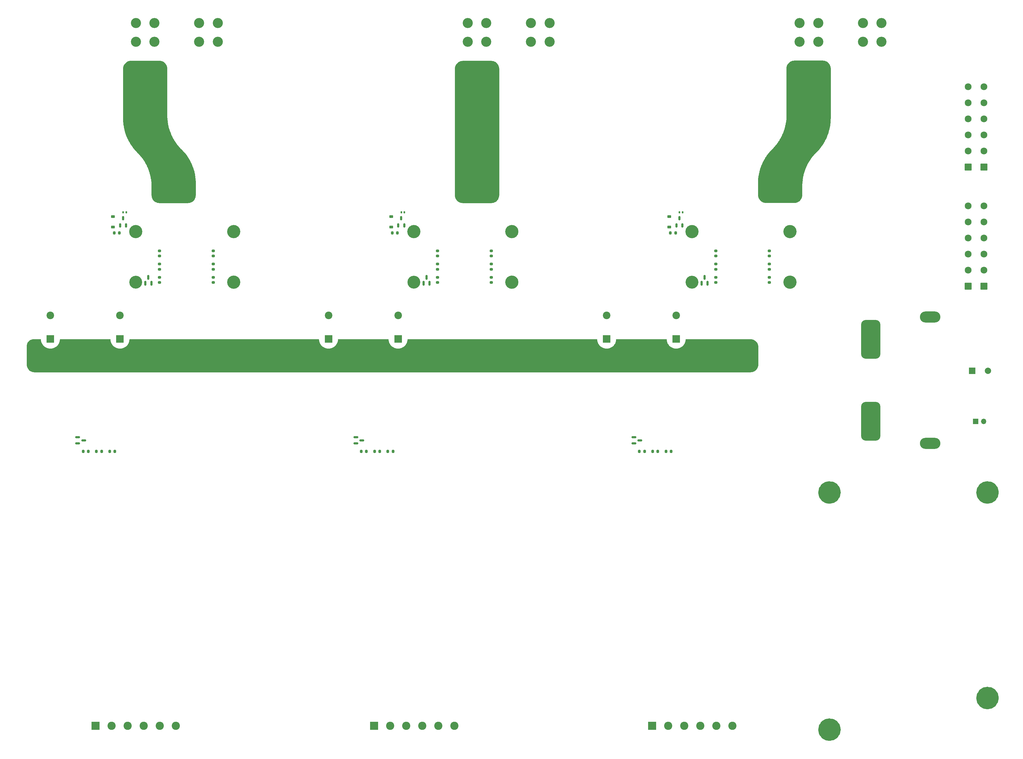
<source format=gbs>
%TF.GenerationSoftware,KiCad,Pcbnew,7.0.9*%
%TF.CreationDate,2025-04-01T10:19:45-06:00*%
%TF.ProjectId,2023-24_Power_Supply,32303233-2d32-4345-9f50-6f7765725f53,rev?*%
%TF.SameCoordinates,Original*%
%TF.FileFunction,Soldermask,Bot*%
%TF.FilePolarity,Negative*%
%FSLAX46Y46*%
G04 Gerber Fmt 4.6, Leading zero omitted, Abs format (unit mm)*
G04 Created by KiCad (PCBNEW 7.0.9) date 2025-04-01 10:19:45*
%MOMM*%
%LPD*%
G01*
G04 APERTURE LIST*
G04 Aperture macros list*
%AMRoundRect*
0 Rectangle with rounded corners*
0 $1 Rounding radius*
0 $2 $3 $4 $5 $6 $7 $8 $9 X,Y pos of 4 corners*
0 Add a 4 corners polygon primitive as box body*
4,1,4,$2,$3,$4,$5,$6,$7,$8,$9,$2,$3,0*
0 Add four circle primitives for the rounded corners*
1,1,$1+$1,$2,$3*
1,1,$1+$1,$4,$5*
1,1,$1+$1,$6,$7*
1,1,$1+$1,$8,$9*
0 Add four rect primitives between the rounded corners*
20,1,$1+$1,$2,$3,$4,$5,0*
20,1,$1+$1,$4,$5,$6,$7,0*
20,1,$1+$1,$6,$7,$8,$9,0*
20,1,$1+$1,$8,$9,$2,$3,0*%
G04 Aperture macros list end*
%ADD10C,2.075000*%
%ADD11C,2.050000*%
%ADD12C,3.575000*%
%ADD13C,3.200000*%
%ADD14RoundRect,0.102000X0.975000X-0.975000X0.975000X0.975000X-0.975000X0.975000X-0.975000X-0.975000X0*%
%ADD15C,2.154000*%
%ADD16R,2.400000X2.400000*%
%ADD17C,2.400000*%
%ADD18O,6.500000X3.500000*%
%ADD19RoundRect,1.525000X1.525000X-2.375000X1.525000X2.375000X-1.525000X2.375000X-1.525000X-2.375000X0*%
%ADD20R,1.700000X1.700000*%
%ADD21O,1.700000X1.700000*%
%ADD22R,2.600000X2.600000*%
%ADD23C,2.600000*%
%ADD24R,2.000000X2.000000*%
%ADD25C,2.000000*%
%ADD26RoundRect,0.200000X0.200000X0.275000X-0.200000X0.275000X-0.200000X-0.275000X0.200000X-0.275000X0*%
%ADD27RoundRect,0.200000X-0.200000X-0.275000X0.200000X-0.275000X0.200000X0.275000X-0.200000X0.275000X0*%
%ADD28RoundRect,0.200000X-0.275000X0.200000X-0.275000X-0.200000X0.275000X-0.200000X0.275000X0.200000X0*%
%ADD29RoundRect,0.200000X0.275000X-0.200000X0.275000X0.200000X-0.275000X0.200000X-0.275000X-0.200000X0*%
%ADD30RoundRect,0.150000X0.150000X-0.512500X0.150000X0.512500X-0.150000X0.512500X-0.150000X-0.512500X0*%
%ADD31RoundRect,0.150000X-0.587500X-0.150000X0.587500X-0.150000X0.587500X0.150000X-0.587500X0.150000X0*%
%ADD32RoundRect,0.140000X-0.140000X-0.170000X0.140000X-0.170000X0.140000X0.170000X-0.140000X0.170000X0*%
%ADD33RoundRect,0.150000X0.150000X-0.587500X0.150000X0.587500X-0.150000X0.587500X-0.150000X-0.587500X0*%
%ADD34RoundRect,0.225000X-0.375000X0.225000X-0.375000X-0.225000X0.375000X-0.225000X0.375000X0.225000X0*%
G04 APERTURE END LIST*
D10*
X368037500Y-168000000D02*
G75*
G03*
X368037500Y-168000000I-1037500J0D01*
G01*
X223037500Y-168000000D02*
G75*
G03*
X223037500Y-168000000I-1037500J0D01*
G01*
X399037500Y-168000000D02*
G75*
G03*
X399037500Y-168000000I-1037500J0D01*
G01*
D11*
X192025000Y-184000000D02*
G75*
G03*
X192025000Y-184000000I-1025000J0D01*
G01*
D10*
X311037500Y-168000000D02*
G75*
G03*
X311037500Y-168000000I-1037500J0D01*
G01*
X399037500Y-184000000D02*
G75*
G03*
X399037500Y-184000000I-1037500J0D01*
G01*
X192037500Y-168000000D02*
G75*
G03*
X192037500Y-168000000I-1037500J0D01*
G01*
X280037500Y-168000000D02*
G75*
G03*
X280037500Y-168000000I-1037500J0D01*
G01*
D12*
X412287500Y-250500000D02*
G75*
G03*
X412287500Y-250500000I-1787500J0D01*
G01*
D10*
X311037500Y-184000000D02*
G75*
G03*
X311037500Y-184000000I-1037500J0D01*
G01*
D12*
X462287500Y-250500000D02*
G75*
G03*
X462287500Y-250500000I-1787500J0D01*
G01*
D11*
X280025000Y-184000000D02*
G75*
G03*
X280025000Y-184000000I-1025000J0D01*
G01*
X368025000Y-184000000D02*
G75*
G03*
X368025000Y-184000000I-1025000J0D01*
G01*
D10*
X223037500Y-184000000D02*
G75*
G03*
X223037500Y-184000000I-1037500J0D01*
G01*
D12*
X462287500Y-315500000D02*
G75*
G03*
X462287500Y-315500000I-1787500J0D01*
G01*
X412287500Y-325500000D02*
G75*
G03*
X412287500Y-325500000I-1787500J0D01*
G01*
D13*
%TO.C,J6*%
X301935000Y-107935000D03*
X301935000Y-102065000D03*
X296065000Y-107935000D03*
X296065000Y-102065000D03*
%TD*%
D14*
%TO.C,J8*%
X454412500Y-185240000D03*
X459412500Y-185240000D03*
D15*
X454412500Y-180160000D03*
X459412500Y-180160000D03*
X454412500Y-175080000D03*
X459412500Y-175080000D03*
X454412500Y-170000000D03*
X459412500Y-170000000D03*
X454412500Y-164920000D03*
X459412500Y-164920000D03*
X454412500Y-159840000D03*
X459412500Y-159840000D03*
%TD*%
D16*
%TO.C,C25*%
X252000000Y-201977780D03*
D17*
X252000000Y-194477780D03*
%TD*%
D18*
%TO.C,K1*%
X442350000Y-235000000D03*
X442350000Y-195000000D03*
D19*
X423600000Y-230200000D03*
X423600000Y-225700000D03*
X423600000Y-204300000D03*
X423600000Y-199800000D03*
%TD*%
D20*
%TO.C,J12*%
X456725000Y-228000000D03*
D21*
X459265000Y-228000000D03*
%TD*%
D13*
%TO.C,J5*%
X216935000Y-107935000D03*
X216935000Y-102065000D03*
X211065000Y-107935000D03*
X211065000Y-102065000D03*
%TD*%
D16*
%TO.C,C27*%
X164000000Y-201977780D03*
D17*
X164000000Y-194477780D03*
%TD*%
D22*
%TO.C,J15*%
X354400000Y-324305000D03*
D23*
X359480000Y-324305000D03*
X364560000Y-324305000D03*
X369640000Y-324305000D03*
X374720000Y-324305000D03*
X379800000Y-324305000D03*
%TD*%
D16*
%TO.C,C23*%
X340000000Y-201977780D03*
D17*
X340000000Y-194477780D03*
%TD*%
D22*
%TO.C,J13*%
X178300000Y-324305000D03*
D23*
X183380000Y-324305000D03*
X188460000Y-324305000D03*
X193540000Y-324305000D03*
X198620000Y-324305000D03*
X203700000Y-324305000D03*
%TD*%
D24*
%TO.C,C28*%
X455632323Y-212000000D03*
D25*
X460632323Y-212000000D03*
%TD*%
D16*
%TO.C,C26*%
X186000000Y-201977780D03*
D17*
X186000000Y-194477780D03*
%TD*%
D16*
%TO.C,C24*%
X274000000Y-201977780D03*
D17*
X274000000Y-194477780D03*
%TD*%
D13*
%TO.C,J10*%
X426935000Y-107935000D03*
X426935000Y-102065000D03*
X421065000Y-107935000D03*
X421065000Y-102065000D03*
%TD*%
%TO.C,J4*%
X196935000Y-107935000D03*
X196935000Y-102065000D03*
X191065000Y-107935000D03*
X191065000Y-102065000D03*
%TD*%
%TO.C,J9*%
X406935000Y-107935000D03*
X406935000Y-102065000D03*
X401065000Y-107935000D03*
X401065000Y-102065000D03*
%TD*%
D14*
%TO.C,J11*%
X454412500Y-147590000D03*
X459412500Y-147590000D03*
D15*
X454412500Y-142510000D03*
X459412500Y-142510000D03*
X454412500Y-137430000D03*
X459412500Y-137430000D03*
X454412500Y-132350000D03*
X459412500Y-132350000D03*
X454412500Y-127270000D03*
X459412500Y-127270000D03*
X454412500Y-122190000D03*
X459412500Y-122190000D03*
%TD*%
D22*
%TO.C,J14*%
X266400000Y-324305000D03*
D23*
X271480000Y-324305000D03*
X276560000Y-324305000D03*
X281640000Y-324305000D03*
X286720000Y-324305000D03*
X291800000Y-324305000D03*
%TD*%
D13*
%TO.C,J7*%
X321935000Y-107935000D03*
X321935000Y-102065000D03*
X316065000Y-107935000D03*
X316065000Y-102065000D03*
%TD*%
D16*
%TO.C,C22*%
X362000000Y-201977780D03*
D17*
X362000000Y-194477780D03*
%TD*%
D26*
%TO.C,R23*%
X185825000Y-168400000D03*
X184175000Y-168400000D03*
%TD*%
D27*
%TO.C,R119*%
X270750000Y-237500000D03*
X272400000Y-237500000D03*
%TD*%
D28*
%TO.C,R58*%
X391500000Y-178275000D03*
X391500000Y-179925000D03*
%TD*%
D29*
%TO.C,R56*%
X374500000Y-184125000D03*
X374500000Y-182475000D03*
%TD*%
D30*
%TO.C,Q26*%
X363950000Y-166037500D03*
X362050000Y-166037500D03*
X363000000Y-163762500D03*
%TD*%
D28*
%TO.C,R38*%
X303500000Y-178275000D03*
X303500000Y-179925000D03*
%TD*%
%TO.C,R18*%
X215500000Y-182475000D03*
X215500000Y-184125000D03*
%TD*%
D31*
%TO.C,Q33*%
X172637500Y-234950000D03*
X172637500Y-233050000D03*
X174512500Y-234000000D03*
%TD*%
%TO.C,Q41*%
X348637501Y-234950000D03*
X348637501Y-233050000D03*
X350512501Y-234000000D03*
%TD*%
D27*
%TO.C,R101*%
X174350000Y-237500000D03*
X176000000Y-237500000D03*
%TD*%
D26*
%TO.C,R65*%
X361825000Y-168400000D03*
X360175000Y-168400000D03*
%TD*%
D28*
%TO.C,R40*%
X303500000Y-182475000D03*
X303500000Y-184125000D03*
%TD*%
D26*
%TO.C,R45*%
X273825000Y-168400000D03*
X272175000Y-168400000D03*
%TD*%
D32*
%TO.C,C31*%
X187040000Y-161900000D03*
X188000000Y-161900000D03*
%TD*%
D27*
%TO.C,R133*%
X350350001Y-237500000D03*
X352000001Y-237500000D03*
%TD*%
D33*
%TO.C,Q22*%
X371950000Y-184337500D03*
X370050000Y-184337500D03*
X371000000Y-182462500D03*
%TD*%
D29*
%TO.C,R34*%
X286500000Y-175725000D03*
X286500000Y-174075000D03*
%TD*%
D27*
%TO.C,R104*%
X178550000Y-237500000D03*
X180200000Y-237500000D03*
%TD*%
D32*
%TO.C,C43*%
X363040000Y-161900000D03*
X364000000Y-161900000D03*
%TD*%
D29*
%TO.C,R35*%
X286500000Y-179925000D03*
X286500000Y-178275000D03*
%TD*%
%TO.C,R13*%
X198500000Y-179925000D03*
X198500000Y-178275000D03*
%TD*%
D28*
%TO.C,R60*%
X391500000Y-182475000D03*
X391500000Y-184125000D03*
%TD*%
D34*
%TO.C,D8*%
X183800000Y-163250000D03*
X183800000Y-166550000D03*
%TD*%
D28*
%TO.C,R16*%
X215500000Y-178275000D03*
X215500000Y-179925000D03*
%TD*%
D33*
%TO.C,Q4*%
X195950000Y-184337500D03*
X194050000Y-184337500D03*
X195000000Y-182462500D03*
%TD*%
%TO.C,Q13*%
X283950000Y-184337500D03*
X282050000Y-184337500D03*
X283000000Y-182462500D03*
%TD*%
D29*
%TO.C,R55*%
X374500000Y-179925000D03*
X374500000Y-178275000D03*
%TD*%
D27*
%TO.C,R121*%
X266550001Y-237500000D03*
X268200001Y-237500000D03*
%TD*%
%TO.C,R102*%
X182750000Y-237500000D03*
X184400000Y-237500000D03*
%TD*%
D28*
%TO.C,R37*%
X303500000Y-174075000D03*
X303500000Y-175725000D03*
%TD*%
D29*
%TO.C,R36*%
X286500000Y-184125000D03*
X286500000Y-182475000D03*
%TD*%
D32*
%TO.C,C37*%
X275040000Y-161900000D03*
X276000000Y-161900000D03*
%TD*%
D34*
%TO.C,D11*%
X271800000Y-163250000D03*
X271800000Y-166550000D03*
%TD*%
D29*
%TO.C,R54*%
X374500000Y-175725000D03*
X374500000Y-174075000D03*
%TD*%
D27*
%TO.C,R134*%
X358750000Y-237500000D03*
X360400000Y-237500000D03*
%TD*%
%TO.C,R136*%
X354550001Y-237500000D03*
X356200001Y-237500000D03*
%TD*%
D29*
%TO.C,R12*%
X198500000Y-175725000D03*
X198500000Y-174075000D03*
%TD*%
D34*
%TO.C,D14*%
X359800000Y-163250000D03*
X359800000Y-166550000D03*
%TD*%
D30*
%TO.C,Q17*%
X275950000Y-166037500D03*
X274050000Y-166037500D03*
X275000000Y-163762500D03*
%TD*%
D28*
%TO.C,R15*%
X215500000Y-174075000D03*
X215500000Y-175725000D03*
%TD*%
%TO.C,R57*%
X391500000Y-174075000D03*
X391500000Y-175725000D03*
%TD*%
D29*
%TO.C,R14*%
X198500000Y-184125000D03*
X198500000Y-182475000D03*
%TD*%
D30*
%TO.C,Q8*%
X187950000Y-166037500D03*
X186050000Y-166037500D03*
X187000000Y-163762500D03*
%TD*%
D27*
%TO.C,R118*%
X262350001Y-237500000D03*
X264000001Y-237500000D03*
%TD*%
D31*
%TO.C,Q37*%
X260637501Y-234950000D03*
X260637501Y-233050000D03*
X262512501Y-234000000D03*
%TD*%
G36*
X198500802Y-114000052D02*
G01*
X198824706Y-114021282D01*
X198827887Y-114021701D01*
X199145470Y-114084871D01*
X199148569Y-114085702D01*
X199455188Y-114189785D01*
X199458152Y-114191013D01*
X199748559Y-114334225D01*
X199751337Y-114335829D01*
X200020568Y-114515724D01*
X200023113Y-114517677D01*
X200266558Y-114731172D01*
X200268827Y-114733441D01*
X200482322Y-114976886D01*
X200484275Y-114979431D01*
X200664170Y-115248662D01*
X200665774Y-115251440D01*
X200808986Y-115541847D01*
X200810214Y-115544811D01*
X200914297Y-115851430D01*
X200915128Y-115854529D01*
X200978298Y-116172112D01*
X200978717Y-116175293D01*
X200999948Y-116499198D01*
X201000000Y-116500801D01*
X201000000Y-131278758D01*
X201000013Y-131286796D01*
X201000052Y-131294835D01*
X201002157Y-131622101D01*
X201003185Y-131679501D01*
X201005531Y-131736862D01*
X201040207Y-132398513D01*
X201044487Y-132463822D01*
X201050476Y-132528996D01*
X201118892Y-133179927D01*
X201126585Y-133244919D01*
X201135976Y-133309688D01*
X201238364Y-133956147D01*
X201249448Y-134020650D01*
X201262216Y-134084841D01*
X201398297Y-134725054D01*
X201412741Y-134788888D01*
X201428852Y-134852322D01*
X201598252Y-135484535D01*
X201616018Y-135547527D01*
X201635426Y-135610031D01*
X201837682Y-136232513D01*
X201858720Y-136294487D01*
X201881372Y-136355888D01*
X202115930Y-136966932D01*
X202140182Y-137027721D01*
X202166018Y-137087855D01*
X202432234Y-137685786D01*
X202459633Y-137745220D01*
X202488579Y-137803917D01*
X202785723Y-138387095D01*
X202816197Y-138445017D01*
X202848177Y-138502121D01*
X203175435Y-139068948D01*
X203208898Y-139125194D01*
X203243821Y-139180545D01*
X203600296Y-139729469D01*
X203636657Y-139783887D01*
X203674430Y-139837334D01*
X204059144Y-140366848D01*
X204098304Y-140419289D01*
X204138823Y-140470686D01*
X204550723Y-140979341D01*
X204592573Y-141029660D01*
X204635726Y-141078867D01*
X205079061Y-141571241D01*
X205117966Y-141613464D01*
X205157830Y-141654782D01*
X205387753Y-141887680D01*
X205393409Y-141893391D01*
X205399080Y-141899080D01*
X205600912Y-142100912D01*
X205606591Y-142106609D01*
X205612252Y-142112324D01*
X205842174Y-142345225D01*
X205882031Y-142386537D01*
X205920930Y-142428754D01*
X206364271Y-142921134D01*
X206407424Y-142970341D01*
X206449274Y-143020660D01*
X206861174Y-143529314D01*
X206901693Y-143580712D01*
X206940853Y-143633153D01*
X207325567Y-144162667D01*
X207363340Y-144216114D01*
X207399701Y-144270532D01*
X207756176Y-144819457D01*
X207791099Y-144874807D01*
X207824562Y-144931052D01*
X208151820Y-145497878D01*
X208183800Y-145554983D01*
X208214274Y-145612905D01*
X208511418Y-146196083D01*
X208540363Y-146254780D01*
X208567763Y-146314214D01*
X208833979Y-146912144D01*
X208859815Y-146972279D01*
X208884068Y-147033068D01*
X209118625Y-147644113D01*
X209141277Y-147705514D01*
X209162314Y-147767487D01*
X209364571Y-148389968D01*
X209383979Y-148452473D01*
X209401745Y-148515465D01*
X209571145Y-149147678D01*
X209587256Y-149211112D01*
X209601700Y-149274946D01*
X209737781Y-149915159D01*
X209750549Y-149979350D01*
X209761633Y-150043853D01*
X209864021Y-150690312D01*
X209873412Y-150755081D01*
X209881105Y-150820073D01*
X209949521Y-151471005D01*
X209955510Y-151536179D01*
X209959790Y-151601489D01*
X209994466Y-152263148D01*
X209996812Y-152320499D01*
X209997841Y-152377889D01*
X209999948Y-152705155D01*
X209999987Y-152713203D01*
X210000000Y-152721252D01*
X210000000Y-156499198D01*
X209999948Y-156500801D01*
X209978717Y-156824706D01*
X209978298Y-156827887D01*
X209915128Y-157145470D01*
X209914297Y-157148569D01*
X209810214Y-157455188D01*
X209808986Y-157458152D01*
X209665774Y-157748559D01*
X209664170Y-157751337D01*
X209484275Y-158020568D01*
X209482322Y-158023113D01*
X209268827Y-158266558D01*
X209266558Y-158268827D01*
X209023113Y-158482322D01*
X209020568Y-158484275D01*
X208751337Y-158664170D01*
X208748559Y-158665774D01*
X208458152Y-158808986D01*
X208455188Y-158810214D01*
X208148569Y-158914297D01*
X208145470Y-158915128D01*
X207827887Y-158978298D01*
X207824706Y-158978717D01*
X207500802Y-158999948D01*
X207499199Y-159000000D01*
X198500801Y-159000000D01*
X198499198Y-158999948D01*
X198175293Y-158978717D01*
X198172112Y-158978298D01*
X197854529Y-158915128D01*
X197851430Y-158914297D01*
X197544811Y-158810214D01*
X197541847Y-158808986D01*
X197251440Y-158665774D01*
X197248662Y-158664170D01*
X196979431Y-158484275D01*
X196976886Y-158482322D01*
X196733441Y-158268827D01*
X196731172Y-158266558D01*
X196517677Y-158023113D01*
X196515724Y-158020568D01*
X196335829Y-157751337D01*
X196334225Y-157748559D01*
X196191013Y-157458152D01*
X196189785Y-157455188D01*
X196085702Y-157148569D01*
X196084871Y-157145470D01*
X196021701Y-156827887D01*
X196021282Y-156824706D01*
X196000052Y-156500801D01*
X196000000Y-156499198D01*
X196000000Y-153721242D01*
X195999987Y-153713204D01*
X195999948Y-153705165D01*
X195997843Y-153377899D01*
X195996815Y-153320499D01*
X195994469Y-153263138D01*
X195959793Y-152601487D01*
X195955513Y-152536178D01*
X195949524Y-152471004D01*
X195881108Y-151820073D01*
X195873415Y-151755081D01*
X195864024Y-151690312D01*
X195761636Y-151043853D01*
X195750552Y-150979350D01*
X195737784Y-150915159D01*
X195601703Y-150274946D01*
X195587259Y-150211112D01*
X195571148Y-150147678D01*
X195401748Y-149515465D01*
X195383982Y-149452473D01*
X195364574Y-149389969D01*
X195162318Y-148767487D01*
X195141280Y-148705513D01*
X195118628Y-148644112D01*
X194884070Y-148033068D01*
X194859818Y-147972279D01*
X194833982Y-147912145D01*
X194567766Y-147314214D01*
X194540367Y-147254780D01*
X194511421Y-147196083D01*
X194214277Y-146612905D01*
X194183803Y-146554983D01*
X194151823Y-146497879D01*
X193824565Y-145931052D01*
X193791102Y-145874806D01*
X193756179Y-145819455D01*
X193399704Y-145270531D01*
X193363343Y-145216113D01*
X193325570Y-145162666D01*
X192940856Y-144633152D01*
X192901696Y-144580711D01*
X192861177Y-144529314D01*
X192449277Y-144020659D01*
X192407427Y-143970340D01*
X192364274Y-143921133D01*
X191920939Y-143428759D01*
X191882034Y-143386536D01*
X191842170Y-143345218D01*
X191612247Y-143112320D01*
X191606591Y-143106609D01*
X191600920Y-143100920D01*
X191399088Y-142899088D01*
X191393409Y-142893391D01*
X191387748Y-142887676D01*
X191157826Y-142654775D01*
X191117969Y-142613463D01*
X191079070Y-142571246D01*
X190635729Y-142078866D01*
X190592576Y-142029659D01*
X190550726Y-141979340D01*
X190138826Y-141470686D01*
X190098307Y-141419288D01*
X190059147Y-141366847D01*
X189674433Y-140837333D01*
X189636660Y-140783886D01*
X189600299Y-140729468D01*
X189243824Y-140180543D01*
X189208901Y-140125193D01*
X189175438Y-140068948D01*
X188848180Y-139502122D01*
X188816200Y-139445017D01*
X188785726Y-139387095D01*
X188488582Y-138803917D01*
X188459637Y-138745220D01*
X188432237Y-138685786D01*
X188166021Y-138087856D01*
X188140185Y-138027721D01*
X188115932Y-137966932D01*
X187881375Y-137355887D01*
X187858723Y-137294486D01*
X187837686Y-137232513D01*
X187635429Y-136610032D01*
X187616021Y-136547527D01*
X187598255Y-136484535D01*
X187428855Y-135852322D01*
X187412744Y-135788888D01*
X187398300Y-135725054D01*
X187262219Y-135084841D01*
X187249451Y-135020650D01*
X187238367Y-134956147D01*
X187135979Y-134309688D01*
X187126588Y-134244919D01*
X187118895Y-134179927D01*
X187050479Y-133528995D01*
X187044490Y-133463821D01*
X187040210Y-133398511D01*
X187005534Y-132736852D01*
X187003188Y-132679501D01*
X187002159Y-132622111D01*
X187000052Y-132294845D01*
X187000013Y-132286797D01*
X187000000Y-132278748D01*
X187000000Y-116500801D01*
X187000052Y-116499198D01*
X187021282Y-116175293D01*
X187021701Y-116172112D01*
X187084871Y-115854529D01*
X187085702Y-115851430D01*
X187189785Y-115544811D01*
X187191013Y-115541847D01*
X187334225Y-115251440D01*
X187335829Y-115248662D01*
X187515724Y-114979431D01*
X187517677Y-114976886D01*
X187731172Y-114733441D01*
X187733441Y-114731172D01*
X187976886Y-114517677D01*
X187979431Y-114515724D01*
X188248662Y-114335829D01*
X188251440Y-114334225D01*
X188541847Y-114191013D01*
X188544811Y-114189785D01*
X188851430Y-114085702D01*
X188854529Y-114084871D01*
X189172112Y-114021701D01*
X189175293Y-114021282D01*
X189499198Y-114000052D01*
X189500801Y-114000000D01*
X198499199Y-114000000D01*
X198500802Y-114000052D01*
G37*
G36*
X160921633Y-202003662D02*
G01*
X160956290Y-202017870D01*
X160982766Y-202043964D01*
X160997731Y-202079006D01*
X161001629Y-202096291D01*
X161004756Y-202174429D01*
X161012673Y-202261292D01*
X161026169Y-202376760D01*
X161047247Y-202520657D01*
X161047247Y-202520656D01*
X161076653Y-202663072D01*
X161090016Y-202719453D01*
X161127653Y-202859919D01*
X161173398Y-202997968D01*
X161193219Y-203052424D01*
X161246906Y-203187562D01*
X161246906Y-203187563D01*
X161308364Y-203319362D01*
X161334372Y-203371149D01*
X161403387Y-203499146D01*
X161479735Y-203622927D01*
X161511576Y-203671337D01*
X161594989Y-203790463D01*
X161685188Y-203904539D01*
X161722437Y-203948930D01*
X161819115Y-204057565D01*
X161921938Y-204160389D01*
X161964089Y-204200156D01*
X162072723Y-204296832D01*
X162186803Y-204387035D01*
X162233282Y-204421638D01*
X162352412Y-204505052D01*
X162352413Y-204505053D01*
X162476174Y-204581390D01*
X162526361Y-204610365D01*
X162654365Y-204679385D01*
X162654366Y-204679385D01*
X162786162Y-204740843D01*
X162839368Y-204763793D01*
X162974523Y-204817488D01*
X163112564Y-204863228D01*
X163168077Y-204879848D01*
X163308547Y-204917487D01*
X163450959Y-204946892D01*
X163508029Y-204956955D01*
X163651909Y-204978031D01*
X163796789Y-204990706D01*
X163854639Y-204994076D01*
X164000000Y-204998305D01*
X164145361Y-204994076D01*
X164203211Y-204990706D01*
X164348091Y-204978031D01*
X164491971Y-204956955D01*
X164549041Y-204946892D01*
X164691453Y-204917487D01*
X164831923Y-204879848D01*
X164887436Y-204863228D01*
X165025477Y-204817488D01*
X165160632Y-204763793D01*
X165213838Y-204740843D01*
X165345634Y-204679385D01*
X165345635Y-204679385D01*
X165473639Y-204610365D01*
X165523826Y-204581390D01*
X165647587Y-204505053D01*
X165647588Y-204505052D01*
X165766718Y-204421638D01*
X165813197Y-204387035D01*
X165927277Y-204296832D01*
X166035911Y-204200156D01*
X166078062Y-204160389D01*
X166180885Y-204057565D01*
X166277563Y-203948930D01*
X166314812Y-203904539D01*
X166405011Y-203790463D01*
X166488424Y-203671337D01*
X166520265Y-203622927D01*
X166596613Y-203499146D01*
X166665628Y-203371149D01*
X166691636Y-203319362D01*
X166753094Y-203187563D01*
X166753094Y-203187562D01*
X166806781Y-203052424D01*
X166826602Y-202997968D01*
X166872347Y-202859919D01*
X166909984Y-202719453D01*
X166923347Y-202663072D01*
X166952753Y-202520656D01*
X166952753Y-202520657D01*
X166973831Y-202376760D01*
X166987327Y-202261292D01*
X166995244Y-202174429D01*
X166998370Y-202096291D01*
X167002268Y-202079006D01*
X167017233Y-202043964D01*
X167043710Y-202017870D01*
X167078368Y-202003662D01*
X167096954Y-202000000D01*
X182903046Y-202000000D01*
X182921633Y-202003662D01*
X182956290Y-202017870D01*
X182982766Y-202043964D01*
X182997731Y-202079006D01*
X183001629Y-202096291D01*
X183004756Y-202174429D01*
X183012673Y-202261292D01*
X183026169Y-202376760D01*
X183047247Y-202520657D01*
X183047247Y-202520656D01*
X183076653Y-202663072D01*
X183090016Y-202719453D01*
X183127653Y-202859919D01*
X183173398Y-202997968D01*
X183193219Y-203052424D01*
X183246906Y-203187562D01*
X183246906Y-203187563D01*
X183308364Y-203319362D01*
X183334372Y-203371149D01*
X183403387Y-203499146D01*
X183479735Y-203622927D01*
X183511576Y-203671337D01*
X183594989Y-203790463D01*
X183685188Y-203904539D01*
X183722437Y-203948930D01*
X183819115Y-204057565D01*
X183921938Y-204160389D01*
X183964089Y-204200156D01*
X184072723Y-204296832D01*
X184186803Y-204387035D01*
X184233282Y-204421638D01*
X184352412Y-204505052D01*
X184352413Y-204505053D01*
X184476174Y-204581390D01*
X184526361Y-204610365D01*
X184654365Y-204679385D01*
X184654366Y-204679385D01*
X184786162Y-204740843D01*
X184839368Y-204763793D01*
X184974523Y-204817488D01*
X185112564Y-204863228D01*
X185168077Y-204879848D01*
X185308547Y-204917487D01*
X185450959Y-204946892D01*
X185508029Y-204956955D01*
X185651909Y-204978031D01*
X185796789Y-204990706D01*
X185854639Y-204994076D01*
X186000000Y-204998305D01*
X186145361Y-204994076D01*
X186203211Y-204990706D01*
X186348091Y-204978031D01*
X186491971Y-204956955D01*
X186549041Y-204946892D01*
X186691453Y-204917487D01*
X186831923Y-204879848D01*
X186887436Y-204863228D01*
X187025477Y-204817488D01*
X187160632Y-204763793D01*
X187213838Y-204740843D01*
X187345634Y-204679385D01*
X187345635Y-204679385D01*
X187473639Y-204610365D01*
X187523826Y-204581390D01*
X187647587Y-204505053D01*
X187647588Y-204505052D01*
X187766718Y-204421638D01*
X187813197Y-204387035D01*
X187927277Y-204296832D01*
X188035911Y-204200156D01*
X188078062Y-204160389D01*
X188180885Y-204057565D01*
X188277563Y-203948930D01*
X188314812Y-203904539D01*
X188405011Y-203790463D01*
X188488424Y-203671337D01*
X188520265Y-203622927D01*
X188596613Y-203499146D01*
X188665628Y-203371149D01*
X188691636Y-203319362D01*
X188753094Y-203187563D01*
X188753094Y-203187562D01*
X188806781Y-203052424D01*
X188826602Y-202997968D01*
X188872347Y-202859919D01*
X188909984Y-202719453D01*
X188923347Y-202663072D01*
X188952753Y-202520656D01*
X188952753Y-202520657D01*
X188973831Y-202376760D01*
X188987327Y-202261292D01*
X188995244Y-202174429D01*
X188998370Y-202096291D01*
X189002268Y-202079006D01*
X189017233Y-202043964D01*
X189043710Y-202017870D01*
X189078368Y-202003662D01*
X189096954Y-202000000D01*
X248903046Y-202000000D01*
X248921633Y-202003662D01*
X248956290Y-202017870D01*
X248982766Y-202043964D01*
X248997731Y-202079006D01*
X249001629Y-202096291D01*
X249004756Y-202174429D01*
X249012673Y-202261292D01*
X249026169Y-202376760D01*
X249047247Y-202520657D01*
X249047247Y-202520656D01*
X249076653Y-202663072D01*
X249090016Y-202719453D01*
X249127653Y-202859919D01*
X249173398Y-202997968D01*
X249193219Y-203052424D01*
X249246906Y-203187562D01*
X249246906Y-203187563D01*
X249308364Y-203319362D01*
X249334372Y-203371149D01*
X249403387Y-203499146D01*
X249479735Y-203622927D01*
X249511576Y-203671337D01*
X249594989Y-203790463D01*
X249685188Y-203904539D01*
X249722437Y-203948930D01*
X249819115Y-204057565D01*
X249921938Y-204160389D01*
X249964089Y-204200156D01*
X250072723Y-204296832D01*
X250186803Y-204387035D01*
X250233282Y-204421638D01*
X250352412Y-204505052D01*
X250352413Y-204505053D01*
X250476174Y-204581390D01*
X250526361Y-204610365D01*
X250654365Y-204679385D01*
X250654366Y-204679385D01*
X250786162Y-204740843D01*
X250839368Y-204763793D01*
X250974523Y-204817488D01*
X251112564Y-204863228D01*
X251168077Y-204879848D01*
X251308547Y-204917487D01*
X251450959Y-204946892D01*
X251508029Y-204956955D01*
X251651909Y-204978031D01*
X251796789Y-204990706D01*
X251854639Y-204994076D01*
X252000000Y-204998305D01*
X252145361Y-204994076D01*
X252203211Y-204990706D01*
X252348091Y-204978031D01*
X252491971Y-204956955D01*
X252549041Y-204946892D01*
X252691453Y-204917487D01*
X252831923Y-204879848D01*
X252887436Y-204863228D01*
X253025477Y-204817488D01*
X253160632Y-204763793D01*
X253213838Y-204740843D01*
X253345634Y-204679385D01*
X253345635Y-204679385D01*
X253473639Y-204610365D01*
X253523826Y-204581390D01*
X253647587Y-204505053D01*
X253647588Y-204505052D01*
X253766718Y-204421638D01*
X253813197Y-204387035D01*
X253927277Y-204296832D01*
X254035911Y-204200156D01*
X254078062Y-204160389D01*
X254180885Y-204057565D01*
X254277563Y-203948930D01*
X254314812Y-203904539D01*
X254405011Y-203790463D01*
X254488424Y-203671337D01*
X254520265Y-203622927D01*
X254596613Y-203499146D01*
X254665628Y-203371149D01*
X254691636Y-203319362D01*
X254753094Y-203187563D01*
X254753094Y-203187562D01*
X254806781Y-203052424D01*
X254826602Y-202997968D01*
X254872347Y-202859919D01*
X254909984Y-202719453D01*
X254923347Y-202663072D01*
X254952753Y-202520656D01*
X254952753Y-202520657D01*
X254973831Y-202376760D01*
X254987327Y-202261292D01*
X254995244Y-202174429D01*
X254998370Y-202096291D01*
X255002268Y-202079006D01*
X255017233Y-202043964D01*
X255043710Y-202017870D01*
X255078368Y-202003662D01*
X255096954Y-202000000D01*
X270903046Y-202000000D01*
X270921633Y-202003662D01*
X270956290Y-202017870D01*
X270982766Y-202043964D01*
X270997731Y-202079006D01*
X271001629Y-202096291D01*
X271004756Y-202174429D01*
X271012673Y-202261292D01*
X271026169Y-202376760D01*
X271047247Y-202520657D01*
X271047247Y-202520656D01*
X271076653Y-202663072D01*
X271090016Y-202719453D01*
X271127653Y-202859919D01*
X271173398Y-202997968D01*
X271193219Y-203052424D01*
X271246906Y-203187562D01*
X271246906Y-203187563D01*
X271308364Y-203319362D01*
X271334372Y-203371149D01*
X271403387Y-203499146D01*
X271479735Y-203622927D01*
X271511576Y-203671337D01*
X271594989Y-203790463D01*
X271685188Y-203904539D01*
X271722437Y-203948930D01*
X271819115Y-204057565D01*
X271921938Y-204160389D01*
X271964089Y-204200156D01*
X272072723Y-204296832D01*
X272186803Y-204387035D01*
X272233282Y-204421638D01*
X272352412Y-204505052D01*
X272352413Y-204505053D01*
X272476174Y-204581390D01*
X272526361Y-204610365D01*
X272654365Y-204679385D01*
X272654366Y-204679385D01*
X272786162Y-204740843D01*
X272839368Y-204763793D01*
X272974523Y-204817488D01*
X273112564Y-204863228D01*
X273168077Y-204879848D01*
X273308547Y-204917487D01*
X273450959Y-204946892D01*
X273508029Y-204956955D01*
X273651909Y-204978031D01*
X273796789Y-204990706D01*
X273854639Y-204994076D01*
X274000000Y-204998305D01*
X274145361Y-204994076D01*
X274203211Y-204990706D01*
X274348091Y-204978031D01*
X274491971Y-204956955D01*
X274549041Y-204946892D01*
X274691453Y-204917487D01*
X274831923Y-204879848D01*
X274887436Y-204863228D01*
X275025477Y-204817488D01*
X275160632Y-204763793D01*
X275213838Y-204740843D01*
X275345634Y-204679385D01*
X275345635Y-204679385D01*
X275473639Y-204610365D01*
X275523826Y-204581390D01*
X275647587Y-204505053D01*
X275647588Y-204505052D01*
X275766718Y-204421638D01*
X275813197Y-204387035D01*
X275927277Y-204296832D01*
X276035911Y-204200156D01*
X276078062Y-204160389D01*
X276180885Y-204057565D01*
X276277563Y-203948930D01*
X276314812Y-203904539D01*
X276405011Y-203790463D01*
X276488424Y-203671337D01*
X276520265Y-203622927D01*
X276596613Y-203499146D01*
X276665628Y-203371149D01*
X276691636Y-203319362D01*
X276753094Y-203187563D01*
X276753094Y-203187562D01*
X276806781Y-203052424D01*
X276826602Y-202997968D01*
X276872347Y-202859919D01*
X276909984Y-202719453D01*
X276923347Y-202663072D01*
X276952753Y-202520656D01*
X276952753Y-202520657D01*
X276973831Y-202376760D01*
X276987327Y-202261292D01*
X276995244Y-202174429D01*
X276998370Y-202096291D01*
X277002268Y-202079006D01*
X277017233Y-202043964D01*
X277043710Y-202017870D01*
X277078368Y-202003662D01*
X277096954Y-202000000D01*
X336903046Y-202000000D01*
X336921633Y-202003662D01*
X336956290Y-202017870D01*
X336982766Y-202043964D01*
X336997731Y-202079006D01*
X337001629Y-202096291D01*
X337004756Y-202174429D01*
X337012673Y-202261292D01*
X337026169Y-202376760D01*
X337047247Y-202520657D01*
X337047247Y-202520656D01*
X337076653Y-202663072D01*
X337090016Y-202719453D01*
X337127653Y-202859919D01*
X337173398Y-202997968D01*
X337193219Y-203052424D01*
X337246906Y-203187562D01*
X337246906Y-203187563D01*
X337308364Y-203319362D01*
X337334372Y-203371149D01*
X337403387Y-203499146D01*
X337479735Y-203622927D01*
X337511576Y-203671337D01*
X337594989Y-203790463D01*
X337685188Y-203904539D01*
X337722437Y-203948930D01*
X337819115Y-204057565D01*
X337921938Y-204160389D01*
X337964089Y-204200156D01*
X338072723Y-204296832D01*
X338186803Y-204387035D01*
X338233282Y-204421638D01*
X338352412Y-204505052D01*
X338352413Y-204505053D01*
X338476174Y-204581390D01*
X338526361Y-204610365D01*
X338654365Y-204679385D01*
X338654366Y-204679385D01*
X338786162Y-204740843D01*
X338839368Y-204763793D01*
X338974523Y-204817488D01*
X339112564Y-204863228D01*
X339168077Y-204879848D01*
X339308547Y-204917487D01*
X339450959Y-204946892D01*
X339508029Y-204956955D01*
X339651909Y-204978031D01*
X339796789Y-204990706D01*
X339854639Y-204994076D01*
X340000000Y-204998305D01*
X340145361Y-204994076D01*
X340203211Y-204990706D01*
X340348091Y-204978031D01*
X340491971Y-204956955D01*
X340549041Y-204946892D01*
X340691453Y-204917487D01*
X340831923Y-204879848D01*
X340887436Y-204863228D01*
X341025477Y-204817488D01*
X341160632Y-204763793D01*
X341213838Y-204740843D01*
X341345634Y-204679385D01*
X341345635Y-204679385D01*
X341473639Y-204610365D01*
X341523826Y-204581390D01*
X341647587Y-204505053D01*
X341647588Y-204505052D01*
X341766718Y-204421638D01*
X341813197Y-204387035D01*
X341927277Y-204296832D01*
X342035911Y-204200156D01*
X342078062Y-204160389D01*
X342180885Y-204057565D01*
X342277563Y-203948930D01*
X342314812Y-203904539D01*
X342405011Y-203790463D01*
X342488424Y-203671337D01*
X342520265Y-203622927D01*
X342596613Y-203499146D01*
X342665628Y-203371149D01*
X342691636Y-203319362D01*
X342753094Y-203187563D01*
X342753094Y-203187562D01*
X342806781Y-203052424D01*
X342826602Y-202997968D01*
X342872347Y-202859919D01*
X342909984Y-202719453D01*
X342923347Y-202663072D01*
X342952753Y-202520656D01*
X342952753Y-202520657D01*
X342973831Y-202376760D01*
X342987327Y-202261292D01*
X342995244Y-202174429D01*
X342998370Y-202096291D01*
X343002268Y-202079006D01*
X343017233Y-202043964D01*
X343043710Y-202017870D01*
X343078368Y-202003662D01*
X343096954Y-202000000D01*
X358903046Y-202000000D01*
X358921633Y-202003662D01*
X358956290Y-202017870D01*
X358982766Y-202043964D01*
X358997731Y-202079006D01*
X359001629Y-202096291D01*
X359004756Y-202174429D01*
X359012673Y-202261292D01*
X359026169Y-202376760D01*
X359047247Y-202520657D01*
X359047247Y-202520656D01*
X359076653Y-202663072D01*
X359090016Y-202719453D01*
X359127653Y-202859919D01*
X359173398Y-202997968D01*
X359193219Y-203052424D01*
X359246906Y-203187562D01*
X359246906Y-203187563D01*
X359308364Y-203319362D01*
X359334372Y-203371149D01*
X359403387Y-203499146D01*
X359479735Y-203622927D01*
X359511576Y-203671337D01*
X359594989Y-203790463D01*
X359685188Y-203904539D01*
X359722437Y-203948930D01*
X359819115Y-204057565D01*
X359921938Y-204160389D01*
X359964089Y-204200156D01*
X360072723Y-204296832D01*
X360186803Y-204387035D01*
X360233282Y-204421638D01*
X360352412Y-204505052D01*
X360352413Y-204505053D01*
X360476174Y-204581390D01*
X360526361Y-204610365D01*
X360654365Y-204679385D01*
X360654366Y-204679385D01*
X360786162Y-204740843D01*
X360839368Y-204763793D01*
X360974523Y-204817488D01*
X361112564Y-204863228D01*
X361168077Y-204879848D01*
X361308547Y-204917487D01*
X361450959Y-204946892D01*
X361508029Y-204956955D01*
X361651909Y-204978031D01*
X361796789Y-204990706D01*
X361854639Y-204994076D01*
X362000000Y-204998305D01*
X362145361Y-204994076D01*
X362203211Y-204990706D01*
X362348091Y-204978031D01*
X362491971Y-204956955D01*
X362549041Y-204946892D01*
X362691453Y-204917487D01*
X362831923Y-204879848D01*
X362887436Y-204863228D01*
X363025477Y-204817488D01*
X363160632Y-204763793D01*
X363213838Y-204740843D01*
X363345634Y-204679385D01*
X363345635Y-204679385D01*
X363473639Y-204610365D01*
X363523826Y-204581390D01*
X363647587Y-204505053D01*
X363647588Y-204505052D01*
X363766718Y-204421638D01*
X363813197Y-204387035D01*
X363927277Y-204296832D01*
X364035911Y-204200156D01*
X364078062Y-204160389D01*
X364180885Y-204057565D01*
X364277563Y-203948930D01*
X364314812Y-203904539D01*
X364405011Y-203790463D01*
X364488424Y-203671337D01*
X364520265Y-203622927D01*
X364596613Y-203499146D01*
X364665628Y-203371149D01*
X364691636Y-203319362D01*
X364753094Y-203187563D01*
X364753094Y-203187562D01*
X364806781Y-203052424D01*
X364826602Y-202997968D01*
X364872347Y-202859919D01*
X364909984Y-202719453D01*
X364923347Y-202663072D01*
X364952753Y-202520656D01*
X364952753Y-202520657D01*
X364973831Y-202376760D01*
X364987327Y-202261292D01*
X364995244Y-202174429D01*
X364998370Y-202096291D01*
X365002268Y-202079006D01*
X365017233Y-202043964D01*
X365043710Y-202017870D01*
X365078368Y-202003662D01*
X365096954Y-202000000D01*
X385499199Y-202000000D01*
X385500802Y-202000052D01*
X385824706Y-202021282D01*
X385827887Y-202021701D01*
X386145470Y-202084871D01*
X386148569Y-202085702D01*
X386455188Y-202189785D01*
X386458152Y-202191013D01*
X386748559Y-202334225D01*
X386751337Y-202335829D01*
X387020568Y-202515724D01*
X387023113Y-202517677D01*
X387266558Y-202731172D01*
X387268827Y-202733441D01*
X387482322Y-202976886D01*
X387484275Y-202979431D01*
X387664170Y-203248662D01*
X387665774Y-203251440D01*
X387808986Y-203541847D01*
X387810214Y-203544811D01*
X387914297Y-203851430D01*
X387915128Y-203854529D01*
X387978298Y-204172112D01*
X387978717Y-204175293D01*
X387999948Y-204499198D01*
X388000000Y-204500801D01*
X388000000Y-209999198D01*
X387999948Y-210000801D01*
X387978717Y-210324706D01*
X387978298Y-210327887D01*
X387915128Y-210645470D01*
X387914297Y-210648569D01*
X387810214Y-210955188D01*
X387808986Y-210958152D01*
X387665774Y-211248559D01*
X387664170Y-211251337D01*
X387484275Y-211520568D01*
X387482322Y-211523113D01*
X387268827Y-211766558D01*
X387266558Y-211768827D01*
X387023113Y-211982322D01*
X387020568Y-211984275D01*
X386751337Y-212164170D01*
X386748559Y-212165774D01*
X386458152Y-212308986D01*
X386455188Y-212310214D01*
X386148569Y-212414297D01*
X386145470Y-212415128D01*
X385827887Y-212478298D01*
X385824706Y-212478717D01*
X385500802Y-212499948D01*
X385499199Y-212500000D01*
X159000801Y-212500000D01*
X158999198Y-212499948D01*
X158675293Y-212478717D01*
X158672112Y-212478298D01*
X158354529Y-212415128D01*
X158351430Y-212414297D01*
X158044811Y-212310214D01*
X158041847Y-212308986D01*
X157751440Y-212165774D01*
X157748662Y-212164170D01*
X157479431Y-211984275D01*
X157476886Y-211982322D01*
X157233441Y-211768827D01*
X157231172Y-211766558D01*
X157017677Y-211523113D01*
X157015724Y-211520568D01*
X156835829Y-211251337D01*
X156834225Y-211248559D01*
X156691013Y-210958152D01*
X156689785Y-210955188D01*
X156585702Y-210648569D01*
X156584871Y-210645470D01*
X156521701Y-210327887D01*
X156521282Y-210324706D01*
X156500052Y-210000801D01*
X156500000Y-209999198D01*
X156500000Y-204250801D01*
X156500052Y-204249198D01*
X156519144Y-203957916D01*
X156519563Y-203954735D01*
X156576350Y-203669241D01*
X156577181Y-203666142D01*
X156670755Y-203390482D01*
X156671983Y-203387518D01*
X156800732Y-203126440D01*
X156802336Y-203123662D01*
X156964062Y-202881622D01*
X156966015Y-202879077D01*
X157157950Y-202660218D01*
X157160218Y-202657950D01*
X157379077Y-202466015D01*
X157381622Y-202464062D01*
X157623662Y-202302336D01*
X157626440Y-202300732D01*
X157887518Y-202171983D01*
X157890482Y-202170755D01*
X158166142Y-202077181D01*
X158169241Y-202076350D01*
X158454735Y-202019563D01*
X158457916Y-202019144D01*
X158749198Y-202000052D01*
X158750801Y-202000000D01*
X160903046Y-202000000D01*
X160921633Y-202003662D01*
G37*
G36*
X408403185Y-113919870D02*
G01*
X408727089Y-113941100D01*
X408730270Y-113941519D01*
X409047853Y-114004689D01*
X409050952Y-114005520D01*
X409357571Y-114109603D01*
X409360535Y-114110831D01*
X409650942Y-114254043D01*
X409653720Y-114255647D01*
X409922951Y-114435542D01*
X409925496Y-114437495D01*
X410168941Y-114650990D01*
X410171210Y-114653259D01*
X410384705Y-114896704D01*
X410386658Y-114899249D01*
X410566553Y-115168480D01*
X410568157Y-115171258D01*
X410711369Y-115461665D01*
X410712597Y-115464629D01*
X410816680Y-115771248D01*
X410817511Y-115774347D01*
X410880681Y-116091930D01*
X410881100Y-116095111D01*
X410902331Y-116419016D01*
X410902383Y-116420619D01*
X410902383Y-132198620D01*
X410902370Y-132206614D01*
X410902332Y-132214609D01*
X410900239Y-132541873D01*
X410899211Y-132599319D01*
X410896863Y-132656725D01*
X410862189Y-133318333D01*
X410857909Y-133383640D01*
X410851920Y-133448813D01*
X410783504Y-134099743D01*
X410775811Y-134164738D01*
X410766420Y-134229510D01*
X410664030Y-134875968D01*
X410652946Y-134940470D01*
X410640178Y-135004660D01*
X410504096Y-135644873D01*
X410489652Y-135708707D01*
X410473541Y-135772141D01*
X410304140Y-136404355D01*
X410286374Y-136467346D01*
X410266966Y-136529850D01*
X410064709Y-137152331D01*
X410043671Y-137214307D01*
X410021018Y-137275711D01*
X409786459Y-137886754D01*
X409762207Y-137947541D01*
X409736373Y-138007673D01*
X409470156Y-138605603D01*
X409442755Y-138665040D01*
X409413808Y-138723739D01*
X409116664Y-139306916D01*
X409086190Y-139364837D01*
X409054210Y-139421941D01*
X408726951Y-139988768D01*
X408693488Y-140045013D01*
X408658565Y-140100363D01*
X408302090Y-140649286D01*
X408265728Y-140703706D01*
X408227953Y-140757155D01*
X407843237Y-141286668D01*
X407804079Y-141339107D01*
X407763562Y-141390503D01*
X407351659Y-141899159D01*
X407309809Y-141949478D01*
X407266656Y-141998685D01*
X406823316Y-142491063D01*
X406784415Y-142533282D01*
X406744555Y-142574596D01*
X406514632Y-142807497D01*
X406508974Y-142813209D01*
X406503298Y-142818903D01*
X406301521Y-143020680D01*
X406295788Y-143026431D01*
X406290076Y-143032198D01*
X406060172Y-143265108D01*
X406020366Y-143306371D01*
X405981517Y-143348535D01*
X405538130Y-143840969D01*
X405494977Y-143890176D01*
X405453126Y-143940495D01*
X405041229Y-144449150D01*
X405000711Y-144500546D01*
X404961552Y-144552986D01*
X404576839Y-145082500D01*
X404539066Y-145135947D01*
X404502705Y-145190365D01*
X404146232Y-145739288D01*
X404111309Y-145794639D01*
X404077846Y-145850885D01*
X403750589Y-146417712D01*
X403718610Y-146474814D01*
X403688137Y-146532736D01*
X403390995Y-147115911D01*
X403362048Y-147174611D01*
X403334647Y-147234048D01*
X403068433Y-147831977D01*
X403042599Y-147892109D01*
X403018348Y-147952895D01*
X402783791Y-148563939D01*
X402761138Y-148625342D01*
X402740100Y-148687317D01*
X402537845Y-149309796D01*
X402518438Y-149372299D01*
X402500673Y-149435291D01*
X402331273Y-150067503D01*
X402315162Y-150130938D01*
X402300718Y-150194774D01*
X402164638Y-150834986D01*
X402151871Y-150899174D01*
X402140787Y-150963674D01*
X402038399Y-151610131D01*
X402029008Y-151674903D01*
X402021315Y-151739899D01*
X401952901Y-152390826D01*
X401946912Y-152455999D01*
X401942632Y-152521307D01*
X401907950Y-153183096D01*
X401905608Y-153240318D01*
X401904577Y-153297579D01*
X401902436Y-153624845D01*
X401902396Y-153633021D01*
X401902383Y-153641197D01*
X401902383Y-156419016D01*
X401902331Y-156420619D01*
X401881100Y-156744524D01*
X401880681Y-156747705D01*
X401817511Y-157065288D01*
X401816680Y-157068387D01*
X401712597Y-157375006D01*
X401711369Y-157377970D01*
X401568157Y-157668377D01*
X401566553Y-157671155D01*
X401386658Y-157940386D01*
X401384705Y-157942931D01*
X401171210Y-158186376D01*
X401168941Y-158188645D01*
X400925496Y-158402140D01*
X400922951Y-158404093D01*
X400653720Y-158583988D01*
X400650942Y-158585592D01*
X400360535Y-158728804D01*
X400357571Y-158730032D01*
X400050952Y-158834115D01*
X400047853Y-158834946D01*
X399730270Y-158898116D01*
X399727089Y-158898535D01*
X399403185Y-158919766D01*
X399401582Y-158919818D01*
X390403184Y-158919818D01*
X390401581Y-158919766D01*
X390077676Y-158898535D01*
X390074495Y-158898116D01*
X389756912Y-158834946D01*
X389753813Y-158834115D01*
X389447194Y-158730032D01*
X389444230Y-158728804D01*
X389153823Y-158585592D01*
X389151045Y-158583988D01*
X388881814Y-158404093D01*
X388879269Y-158402140D01*
X388635824Y-158188645D01*
X388633555Y-158186376D01*
X388420060Y-157942931D01*
X388418107Y-157940386D01*
X388238212Y-157671155D01*
X388236608Y-157668377D01*
X388093396Y-157377970D01*
X388092168Y-157375006D01*
X387988085Y-157068387D01*
X387987254Y-157065288D01*
X387924084Y-156747705D01*
X387923665Y-156744524D01*
X387902435Y-156420619D01*
X387902383Y-156419016D01*
X387902383Y-152641265D01*
X387902397Y-152633021D01*
X387902437Y-152624780D01*
X387904596Y-152297514D01*
X387905627Y-152240319D01*
X387907967Y-152183164D01*
X387942653Y-151521310D01*
X387946933Y-151456001D01*
X387952922Y-151390828D01*
X388021336Y-150739900D01*
X388029029Y-150674906D01*
X388038420Y-150610136D01*
X388140807Y-149963681D01*
X388151891Y-149899177D01*
X388164659Y-149834986D01*
X388300739Y-149194775D01*
X388315183Y-149130942D01*
X388331293Y-149067509D01*
X388500693Y-148435297D01*
X388518458Y-148372306D01*
X388537866Y-148309802D01*
X388740120Y-147687323D01*
X388761157Y-147625348D01*
X388783810Y-147563946D01*
X389018366Y-146952905D01*
X389042618Y-146892116D01*
X389068453Y-146831983D01*
X389334666Y-146234056D01*
X389362068Y-146174619D01*
X389391014Y-146115920D01*
X389688156Y-145532743D01*
X389718629Y-145474824D01*
X389750608Y-145417722D01*
X390077864Y-144850895D01*
X390111327Y-144794649D01*
X390146250Y-144739298D01*
X390502722Y-144190378D01*
X390539083Y-144135958D01*
X390576857Y-144082510D01*
X390961569Y-143552998D01*
X391000728Y-143500558D01*
X391041246Y-143449161D01*
X391453144Y-142940507D01*
X391494994Y-142890189D01*
X391538146Y-142840982D01*
X391981580Y-142348498D01*
X392020382Y-142306383D01*
X392060140Y-142265168D01*
X392290032Y-142032245D01*
X392295794Y-142026426D01*
X392301571Y-142020630D01*
X392503266Y-141818934D01*
X392508976Y-141813207D01*
X392514665Y-141807460D01*
X392744582Y-141574550D01*
X392784406Y-141533271D01*
X392823272Y-141491089D01*
X393266645Y-140998675D01*
X393309799Y-140949467D01*
X393351650Y-140899147D01*
X393763551Y-140390492D01*
X393804068Y-140339097D01*
X393843226Y-140286658D01*
X394227942Y-139757145D01*
X394265716Y-139703697D01*
X394302077Y-139649278D01*
X394658552Y-139100357D01*
X394693476Y-139045005D01*
X394726940Y-138988758D01*
X395054198Y-138421931D01*
X395086177Y-138364829D01*
X395116650Y-138306910D01*
X395413795Y-137723732D01*
X395442741Y-137665033D01*
X395470143Y-137605596D01*
X395736359Y-137007668D01*
X395762194Y-136947535D01*
X395786447Y-136886746D01*
X396021005Y-136275704D01*
X396043657Y-136214301D01*
X396064695Y-136152327D01*
X396266952Y-135529846D01*
X396286360Y-135467342D01*
X396304126Y-135404350D01*
X396473528Y-134772137D01*
X396489638Y-134708703D01*
X396504082Y-134644868D01*
X396640164Y-134004658D01*
X396652932Y-133940467D01*
X396664016Y-133875963D01*
X396766405Y-133229506D01*
X396775796Y-133164736D01*
X396783489Y-133099742D01*
X396851905Y-132448812D01*
X396857894Y-132383639D01*
X396862174Y-132318331D01*
X396896851Y-131656678D01*
X396899197Y-131599318D01*
X396900225Y-131541920D01*
X396902331Y-131214656D01*
X396902370Y-131206614D01*
X396902383Y-131198573D01*
X396902383Y-116420619D01*
X396902435Y-116419016D01*
X396923665Y-116095111D01*
X396924084Y-116091930D01*
X396987254Y-115774347D01*
X396988085Y-115771248D01*
X397092168Y-115464629D01*
X397093396Y-115461665D01*
X397236608Y-115171258D01*
X397238212Y-115168480D01*
X397418107Y-114899249D01*
X397420060Y-114896704D01*
X397633555Y-114653259D01*
X397635824Y-114650990D01*
X397879269Y-114437495D01*
X397881814Y-114435542D01*
X398151045Y-114255647D01*
X398153823Y-114254043D01*
X398444230Y-114110831D01*
X398447194Y-114109603D01*
X398753813Y-114005520D01*
X398756912Y-114004689D01*
X399074495Y-113941519D01*
X399077676Y-113941100D01*
X399401581Y-113919870D01*
X399403184Y-113919818D01*
X408401582Y-113919818D01*
X408403185Y-113919870D01*
G37*
G36*
X303502018Y-114011451D02*
G01*
X303822261Y-114032440D01*
X303830311Y-114033500D01*
X304143056Y-114095709D01*
X304150897Y-114097810D01*
X304452856Y-114200310D01*
X304460357Y-114203417D01*
X304746351Y-114344454D01*
X304753382Y-114348514D01*
X305018521Y-114525674D01*
X305024962Y-114530616D01*
X305264708Y-114740868D01*
X305270449Y-114746609D01*
X305480701Y-114986355D01*
X305485643Y-114992796D01*
X305662803Y-115257935D01*
X305666863Y-115264966D01*
X305807900Y-115550960D01*
X305811007Y-115558461D01*
X305913507Y-115860420D01*
X305915608Y-115868261D01*
X305977817Y-116181006D01*
X305978877Y-116189055D01*
X305999867Y-116509299D01*
X306000000Y-116513355D01*
X306000000Y-156497962D01*
X305999867Y-156502018D01*
X305978877Y-156822262D01*
X305977817Y-156830311D01*
X305915608Y-157143056D01*
X305913507Y-157150897D01*
X305811007Y-157452856D01*
X305807900Y-157460357D01*
X305666863Y-157746351D01*
X305662803Y-157753382D01*
X305485643Y-158018521D01*
X305480701Y-158024962D01*
X305270449Y-158264708D01*
X305264708Y-158270449D01*
X305024962Y-158480701D01*
X305018521Y-158485643D01*
X304753382Y-158662803D01*
X304746351Y-158666863D01*
X304460357Y-158807900D01*
X304452856Y-158811007D01*
X304150897Y-158913507D01*
X304143056Y-158915608D01*
X303830311Y-158977817D01*
X303822262Y-158978877D01*
X303502018Y-158999867D01*
X303497962Y-159000000D01*
X294502038Y-159000000D01*
X294497982Y-158999867D01*
X294177737Y-158978877D01*
X294169688Y-158977817D01*
X293856943Y-158915608D01*
X293849102Y-158913507D01*
X293547143Y-158811007D01*
X293539642Y-158807900D01*
X293253648Y-158666863D01*
X293246617Y-158662803D01*
X292981478Y-158485643D01*
X292975037Y-158480701D01*
X292735291Y-158270449D01*
X292729550Y-158264708D01*
X292519298Y-158024962D01*
X292514356Y-158018521D01*
X292337196Y-157753382D01*
X292333136Y-157746351D01*
X292192099Y-157460357D01*
X292188992Y-157452856D01*
X292086492Y-157150897D01*
X292084391Y-157143056D01*
X292022182Y-156830311D01*
X292021122Y-156822261D01*
X292000133Y-156502018D01*
X292000000Y-156497962D01*
X292000000Y-116513355D01*
X292000133Y-116509299D01*
X292021122Y-116189056D01*
X292022182Y-116181006D01*
X292084391Y-115868261D01*
X292086492Y-115860420D01*
X292188992Y-115558461D01*
X292192099Y-115550960D01*
X292333136Y-115264966D01*
X292337196Y-115257935D01*
X292514356Y-114992796D01*
X292519298Y-114986355D01*
X292729550Y-114746609D01*
X292735291Y-114740868D01*
X292975037Y-114530616D01*
X292981478Y-114525674D01*
X293246617Y-114348514D01*
X293253648Y-114344454D01*
X293539642Y-114203417D01*
X293547143Y-114200310D01*
X293849102Y-114097810D01*
X293856943Y-114095709D01*
X294169688Y-114033500D01*
X294177738Y-114032440D01*
X294497982Y-114011451D01*
X294502038Y-114011318D01*
X303497962Y-114011318D01*
X303502018Y-114011451D01*
G37*
M02*

</source>
